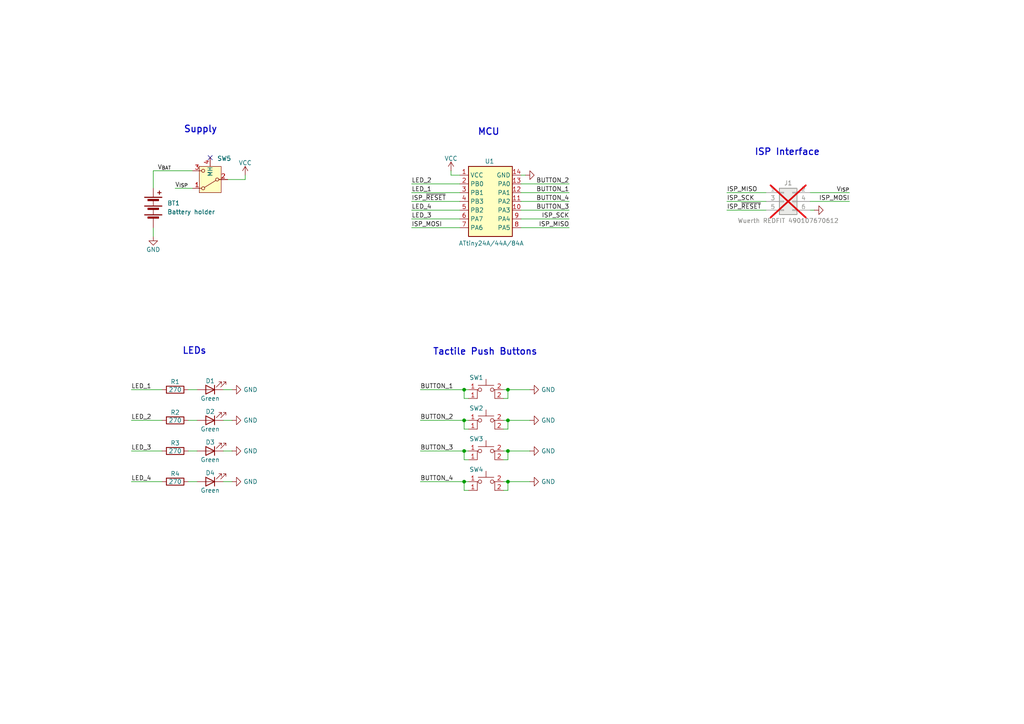
<source format=kicad_sch>
(kicad_sch (version 20231120) (generator "eeschema") (generator_version "8.0")
  (paper "A4")
  (title_block (title "Praktikum – Lichtfolge") (date "2025-06-04") (rev "v1.0") (company "WAGO GmbH & Co. KG") (comment 1 "Tobias Lauxtermann"))
  (lib_symbols
    (symbol "Device:LED" (pin_numbers hide) (pin_names (offset 1.016) hide)
      (property "Reference" "D" (at 0 2.54 0))
      (property "Value" "LED" (at 0 -2.54 0))
      (symbol "LED_0_1"
        (polyline (pts (xy -1.27 -1.27) (xy -1.27 1.27)) (stroke (width 0.254)))
        (polyline (pts (xy -1.27 0) (xy 1.27 0)))
        (polyline (pts (xy 1.27 -1.27) (xy 1.27 1.27) (xy -1.27 0) (xy 1.27 -1.27)) (stroke (width 0.254)))
        (polyline (pts (xy -3.048 -0.762) (xy -4.572 -2.286) (xy -3.81 -2.286) (xy -4.572 -2.286) (xy -4.572 -1.524)))
        (polyline (pts (xy -1.778 -0.762) (xy -3.302 -2.286) (xy -2.54 -2.286) (xy -3.302 -2.286) (xy -3.302 -1.524)))
      )
      (symbol "LED_1_1"
        (pin passive line (at -3.81 0 0) (length 2.54) (name "K") (number "1"))
        (pin passive line (at 3.81 0 180) (length 2.54) (name "A") (number "2"))
      )
    )
    (symbol "Device:R" (pin_numbers hide) (pin_names (offset 0))
      (property "Reference" "R" (at 2.032 0 90))
      (property "Value" "R" (at 0 0 90))
      (symbol "R_0_1"
        (rectangle (start -1.016 -2.54) (end 1.016 2.54) (stroke (width 0.254)))
      )
      (symbol "R_1_1"
        (pin passive line (at 0 3.81 270) (length 1.27) (name "~") (number "1"))
        (pin passive line (at 0 -3.81 90) (length 1.27) (name "~") (number "2"))
      )
    )
    (symbol "WAGO_education:3x battery holder" (pin_numbers hide) (pin_names (offset 0) hide)
      (property "Reference" "BT" (at 4.064 0.762 0))
      (property "Value" "Battery holder" (at 4.064 -1.778 0))
      (symbol "3x battery holder_0_1"
        (polyline (pts (xy 1.2704 3.8112) (xy 2.2864 3.8112)) (stroke (width 0.254)))
        (polyline (pts (xy 1.7784 4.3192) (xy 1.7784 3.3032)) (stroke (width 0.254)))
      )
      (symbol "3x battery holder_1_1"
        (rectangle (start -2.54 -2.54) (end 2.54 -2.6988) (fill (type outline)))
        (rectangle (start -2.54 0) (end 2.54 -0.1588) (fill (type outline)))
        (rectangle (start -2.54 2.54) (end 2.54 2.3812) (fill (type outline)))
        (rectangle (start -1.5872 -3.1752) (end 1.5878 -3.6516) (fill (type outline)))
        (rectangle (start -1.5872 -0.6352) (end 1.5878 -1.1116) (fill (type outline)))
        (rectangle (start -1.5872 1.9048) (end 1.5878 1.4284) (fill (type outline)))
        (polyline (pts (xy 0 -1.1116) (xy 0 -2.5408)))
        (polyline (pts (xy 0 1.4292) (xy 0 0)))
        (pin power_out line (at 0 5.08 270) (length 2.54) (name "+") (number "1"))
        (pin power_in line (at 0 -6.35 90) (length 3.048) (name "-") (number "2"))
      )
    )
    (symbol "WAGO_education:ATtiny84A-PU"
      (property "Reference" "U1" (at 0 10.922 0))
      (property "Value" "ATtiny24A/44A/84A" (at 0.508 -11.43 0))
      (symbol "ATtiny84A-PU_0_1"
        (rectangle (start -6.35 10.16) (end 6.35 -10.16) (stroke (width 0.254)) (fill (type background)))
      )
      (symbol "ATtiny84A-PU_1_1"
        (pin power_in line (at -8.89 7.62 0) (length 2.54) (name "VCC") (number "1"))
        (pin bidirectional line (at 8.89 -2.54 180) (length 2.54) (name "PA3") (number "10"))
        (pin bidirectional line (at 8.89 0 180) (length 2.54) (name "PA2") (number "11"))
        (pin bidirectional line (at 8.89 2.54 180) (length 2.54) (name "PA1") (number "12"))
        (pin bidirectional line (at 8.89 5.08 180) (length 2.54) (name "PA0") (number "13"))
        (pin power_in line (at 8.89 7.62 180) (length 2.54) (name "GND") (number "14"))
        (pin bidirectional line (at -8.89 5.08 0) (length 2.54) (name "PB0") (number "2"))
        (pin bidirectional line (at -8.89 2.54 0) (length 2.54) (name "PB1") (number "3"))
        (pin bidirectional line (at -8.89 0 0) (length 2.54) (name "PB3") (number "4"))
        (pin bidirectional line (at -8.89 -2.54 0) (length 2.54) (name "PB2") (number "5"))
        (pin bidirectional line (at -8.89 -5.08 0) (length 2.54) (name "PA7") (number "6"))
        (pin bidirectional line (at -8.89 -7.62 0) (length 2.54) (name "PA6") (number "7"))
        (pin bidirectional line (at 8.89 -7.62 180) (length 2.54) (name "PA5") (number "8"))
        (pin bidirectional line (at 8.89 -5.08 180) (length 2.54) (name "PA4") (number "9"))
      )
    )
    (symbol "WAGO_education:SPDT_slide_switch" (pin_names (offset 0.002))
      (property "Reference" "SW" (at 0 5.08 0))
      (symbol "SPDT_slide_switch_0_1"
        (circle (center -2.032 0) (radius 0.4572))
        (polyline (pts (xy -1.651 0.254) (xy 1.651 2.286)))
        (circle (center 2.032 -2.54) (radius 0.4572))
        (circle (center 2.032 2.54) (radius 0.4572))
      )
      (symbol "SPDT_slide_switch_1_0"
        (pin passive line (at 0 -6.35 90) (length 2.54) (name "MH") (number "4"))
      )
      (symbol "SPDT_slide_switch_1_1"
        (rectangle (start -3.175 3.81) (end 3.175 -3.81) (fill (type background)))
        (pin passive line (at 5.08 2.54 180) (length 2.54) (name "") (number "1"))
        (pin passive line (at -5.08 0 0) (length 2.54) (name "") (number "2"))
        (pin passive line (at 5.08 -2.54 180) (length 2.54) (name "") (number "3"))
      )
    )
    (symbol "WAGO_education:SW_Tactile_6mm" (pin_names (offset 1.016) hide)
      (property "Reference" "SW" (at -0.762 5.334 0))
      (symbol "SW_Tactile_6mm_0_1"
        (circle (center -1.778 2.54) (radius 0.508))
        (polyline (pts (xy -2.286 3.81) (xy 2.286 3.81)))
        (polyline (pts (xy 0 3.81) (xy 0 5.588)))
        (polyline (pts (xy -2.54 0) (xy -2.54 2.54) (xy -2.286 2.54)))
        (polyline (pts (xy 2.54 0) (xy 2.54 2.54) (xy 2.286 2.54)))
        (circle (center 1.778 2.54) (radius 0.508))
        (pin passive line (at -5.08 2.54 0) (length 2.54) (name "1") (number "1"))
      )
      (symbol "SW_Tactile_6mm_1_1"
        (pin passive line (at -5.08 0 0) (length 2.54) (name "1") (number "1"))
        (pin passive line (at 5.08 0 180) (length 2.54) (name "2") (number "2"))
        (pin passive line (at 5.08 2.54 180) (length 2.54) (name "2") (number "2"))
      )
    )
    (symbol "WAGO_education:Wuerth REDFIT 490107670612" (pin_names (offset 10.668) hide)
      (property "Reference" "J" (at 0 5.334 0))
      (property "Value" "Wuerth REDFIT 490107670612" (at 0 -5.588 0))
      (symbol "Wuerth REDFIT 490107670612_1_1"
        (rectangle (start -2.54 -2.413) (end -1.27 -2.667) (stroke (width 0.1524)))
        (rectangle (start -2.54 0.127) (end -1.27 -0.127) (stroke (width 0.1524)))
        (rectangle (start -2.54 2.667) (end -1.27 2.413) (stroke (width 0.1524)))
        (rectangle (start -2.54 3.81) (end 2.54 -3.81) (stroke (width 0.254)) (fill (type background)))
        (rectangle (start 2.54 -2.413) (end 1.27 -2.667) (stroke (width 0.1524)))
        (rectangle (start 2.54 0.127) (end 1.27 -0.127) (stroke (width 0.1524)))
        (rectangle (start 2.54 2.667) (end 1.27 2.413) (stroke (width 0.1524)))
        (pin passive line (at -6.35 2.54 0) (length 3.81) (name "Pin_1") (number "1"))
        (pin passive line (at 6.35 2.54 180) (length 3.81) (name "Pin_2") (number "2"))
        (pin passive line (at -6.35 0 0) (length 3.81) (name "Pin_3") (number "3"))
        (pin passive line (at 6.35 0 180) (length 3.81) (name "Pin_4") (number "4"))
        (pin passive line (at -6.35 -2.54 0) (length 3.81) (name "Pin_5") (number "5"))
        (pin passive line (at 6.35 -2.54 180) (length 3.81) (name "Pin_6") (number "6"))
      )
    )
    (symbol "power:GND" (power) (pin_numbers hide) (pin_names (offset 0) hide)
      (property "Value" "GND" (at 0 -3.81 0))
      (symbol "GND_0_1"
        (polyline (pts (xy 0 0) (xy 0 -1.27) (xy 1.27 -1.27) (xy 0 -2.54) (xy -1.27 -1.27) (xy 0 -1.27)))
      )
      (symbol "GND_1_1"
        (pin power_in line (at 0 0 270) (length 0) (name "~") (number "1"))
      )
    )
    (symbol "power:VCC" (power) (pin_numbers hide) (pin_names (offset 0) hide)
      (property "Value" "VCC" (at 0 3.556 0))
      (symbol "VCC_0_1"
        (polyline (pts (xy -0.762 1.27) (xy 0 2.54)))
        (polyline (pts (xy 0 0) (xy 0 2.54)))
        (polyline (pts (xy 0 2.54) (xy 0.762 1.27)))
      )
      (symbol "VCC_1_1"
        (pin power_in line (at 0 0 90) (length 0) (name "~") (number "1"))
      )
    )
  )
  (junction (at 147.32 113.03))
  (junction (at 134.62 139.7))
  (junction (at 147.32 130.81))
  (junction (at 147.32 139.7))
  (junction (at 147.32 121.92))
  (junction (at 134.62 121.92))
  (junction (at 134.62 130.81))
  (junction (at 134.62 113.03))
  (no_connect (at 60.96 45.72))
  (wire (pts (xy 121.92 121.92) (xy 134.62 121.92)))
  (wire (pts (xy 234.95 60.96) (xy 236.22 60.96)))
  (wire (pts (xy 64.77 139.7) (xy 67.31 139.7)))
  (wire (pts (xy 146.05 124.46) (xy 147.32 124.46)))
  (wire (pts (xy 147.32 113.03) (xy 147.32 115.57)))
  (wire (pts (xy 234.95 58.42) (xy 246.38 58.42)))
  (wire (pts (xy 147.32 139.7) (xy 147.32 142.24)))
  (wire (pts (xy 210.82 60.96) (xy 222.25 60.96)))
  (wire (pts (xy 44.45 54.61) (xy 44.45 49.53)))
  (wire (pts (xy 146.05 130.81) (xy 147.32 130.81)))
  (wire (pts (xy 38.1 121.92) (xy 46.99 121.92)))
  (wire (pts (xy 147.32 121.92) (xy 147.32 124.46)))
  (wire (pts (xy 146.05 115.57) (xy 147.32 115.57)))
  (wire (pts (xy 134.62 142.24) (xy 135.89 142.24)))
  (wire (pts (xy 135.89 139.7) (xy 134.62 139.7)))
  (wire (pts (xy 134.62 113.03) (xy 134.62 115.57)))
  (wire (pts (xy 151.13 55.88) (xy 165.1 55.88)))
  (wire (pts (xy 38.1 113.03) (xy 46.99 113.03)))
  (wire (pts (xy 135.89 113.03) (xy 134.62 113.03)))
  (wire (pts (xy 151.13 58.42) (xy 165.1 58.42)))
  (wire (pts (xy 210.82 55.88) (xy 222.25 55.88)))
  (wire (pts (xy 121.92 113.03) (xy 134.62 113.03)))
  (wire (pts (xy 130.81 49.53) (xy 130.81 50.8)))
  (wire (pts (xy 44.45 66.04) (xy 44.45 68.58)))
  (wire (pts (xy 134.62 124.46) (xy 135.89 124.46)))
  (wire (pts (xy 119.38 53.34) (xy 133.35 53.34)))
  (wire (pts (xy 54.61 130.81) (xy 57.15 130.81)))
  (wire (pts (xy 64.77 121.92) (xy 67.31 121.92)))
  (wire (pts (xy 134.62 130.81) (xy 134.62 133.35)))
  (wire (pts (xy 146.05 142.24) (xy 147.32 142.24)))
  (wire (pts (xy 50.8 54.61) (xy 55.88 54.61)))
  (wire (pts (xy 38.1 130.81) (xy 46.99 130.81)))
  (wire (pts (xy 147.32 139.7) (xy 153.67 139.7)))
  (wire (pts (xy 54.61 113.03) (xy 57.15 113.03)))
  (wire (pts (xy 134.62 139.7) (xy 134.62 142.24)))
  (wire (pts (xy 134.62 121.92) (xy 134.62 124.46)))
  (wire (pts (xy 151.13 66.04) (xy 165.1 66.04)))
  (wire (pts (xy 119.38 58.42) (xy 133.35 58.42)))
  (wire (pts (xy 146.05 139.7) (xy 147.32 139.7)))
  (wire (pts (xy 135.89 121.92) (xy 134.62 121.92)))
  (wire (pts (xy 71.12 50.8) (xy 71.12 52.07)))
  (wire (pts (xy 71.12 52.07) (xy 66.04 52.07)))
  (wire (pts (xy 64.77 130.81) (xy 67.31 130.81)))
  (wire (pts (xy 146.05 133.35) (xy 147.32 133.35)))
  (wire (pts (xy 147.32 121.92) (xy 153.67 121.92)))
  (wire (pts (xy 119.38 60.96) (xy 133.35 60.96)))
  (wire (pts (xy 64.77 113.03) (xy 67.31 113.03)))
  (wire (pts (xy 147.32 130.81) (xy 147.32 133.35)))
  (wire (pts (xy 121.92 130.81) (xy 134.62 130.81)))
  (wire (pts (xy 130.81 50.8) (xy 133.35 50.8)))
  (wire (pts (xy 134.62 133.35) (xy 135.89 133.35)))
  (wire (pts (xy 151.13 50.8) (xy 152.4 50.8)))
  (wire (pts (xy 234.95 55.88) (xy 246.38 55.88)))
  (wire (pts (xy 54.61 139.7) (xy 57.15 139.7)))
  (wire (pts (xy 44.45 49.53) (xy 55.88 49.53)))
  (wire (pts (xy 134.62 115.57) (xy 135.89 115.57)))
  (wire (pts (xy 119.38 55.88) (xy 133.35 55.88)))
  (wire (pts (xy 119.38 63.5) (xy 133.35 63.5)))
  (wire (pts (xy 146.05 113.03) (xy 147.32 113.03)))
  (wire (pts (xy 135.89 130.81) (xy 134.62 130.81)))
  (wire (pts (xy 151.13 53.34) (xy 165.1 53.34)))
  (wire (pts (xy 210.82 58.42) (xy 222.25 58.42)))
  (wire (pts (xy 147.32 113.03) (xy 153.67 113.03)))
  (wire (pts (xy 151.13 63.5) (xy 165.1 63.5)))
  (wire (pts (xy 38.1 139.7) (xy 46.99 139.7)))
  (wire (pts (xy 119.38 66.04) (xy 133.35 66.04)))
  (wire (pts (xy 121.92 139.7) (xy 134.62 139.7)))
  (wire (pts (xy 54.61 121.92) (xy 57.15 121.92)))
  (wire (pts (xy 146.05 121.92) (xy 147.32 121.92)))
  (wire (pts (xy 151.13 60.96) (xy 165.1 60.96)))
  (wire (pts (xy 147.32 130.81) (xy 153.67 130.81)))
  (text "ISP Interface" (at 228.346 44.196 0) (effects (font (size 1.905 1.905) (thickness 0.3016) (bold yes))))
  (text "Supply" (at 58.166 37.592 0) (effects (font (size 1.905 1.905) (thickness 0.3016) (bold yes))))
  (text "LEDs" (at 56.388 101.854 0) (effects (font (size 1.905 1.905) (thickness 0.3016) (bold yes))))
  (text "MCU" (at 141.732 38.354 0) (effects (font (size 1.905 1.905) (thickness 0.3016) (bold yes))))
  (text "Tactile Push Buttons" (at 140.716 102.108 0) (effects (font (size 1.905 1.905) (thickness 0.3016) (bold yes))))
  (label "ISP_MOSI" (at 119.38 66.04 0))
  (label "LED_1" (at 119.38 55.88 0))
  (label "BUTTON_3" (at 165.1 60.96 180))
  (label "ISP_MISO" (at 165.1 66.04 180))
  (label "BUTTON_4" (at 165.1 58.42 180))
  (label "V_{ISP}" (at 50.8 54.61 0))
  (label "LED_1" (at 38.1 113.03 0))
  (label "ISP_SCK" (at 165.1 63.5 180))
  (label "LED_2" (at 38.1 121.92 0))
  (label "ISP_~{RESET}" (at 119.38 58.42 0))
  (label "LED_4" (at 38.1 139.7 0))
  (label "ISP_MOSI" (at 246.38 58.42 180))
  (label "LED_2" (at 119.38 53.34 0))
  (label "LED_3" (at 119.38 63.5 0))
  (label "LED_3" (at 38.1 130.81 0))
  (label "BUTTON_1" (at 121.92 113.03 0))
  (label "BUTTON_2" (at 165.1 53.34 180))
  (label "BUTTON_3" (at 121.92 130.81 0))
  (label "ISP_SCK" (at 210.82 58.42 0))
  (label "BUTTON_2" (at 121.92 121.92 0))
  (label "V_{BAT}" (at 45.72 49.53 0))
  (label "LED_4" (at 119.38 60.96 0))
  (label "ISP_MISO" (at 210.82 55.88 0))
  (label "V_{ISP}" (at 246.38 55.88 180))
  (label "BUTTON_4" (at 121.92 139.7 0))
  (label "BUTTON_1" (at 165.1 55.88 180))
  (label "ISP_~{RESET}" (at 210.82 60.96 0))
  (symbol (lib_id "power:GND") (at 67.31 113.03 90) (unit 1)
    (property "Reference" "#PWR05" (effects (hide yes)))
    (property "Value" "GND" (at 70.612 113.03 90) (effects (justify right)))
    (property "Description" "Power symbol creates a global label with name \"GND\" , ground" (effects (hide yes)))
  )
  (symbol (lib_id "power:GND") (at 44.45 68.58 0) (unit 1)
    (property "Reference" "#PWR04" (effects (hide yes)))
    (property "Value" "GND" (at 44.45 72.39 0))
    (property "Description" "Power symbol creates a global label with name \"GND\" , ground" (effects (hide yes)))
  )
  (symbol (lib_id "Device:R") (at 50.8 113.03 270) (unit 1)
    (property "Reference" "R1" (at 50.8 110.744 90))
    (property "Value" "270" (at 50.8 113.03 90))
    (property "Footprint" "Resistor_THT:R_Axial_DIN0207_L6.3mm_D2.5mm_P10.16mm_Horizontal" (effects (hide yes)))
    (property "Datasheet" "https://docs.rs-online.com/4bfc/0900766b813e24f4.pdf" (effects (hide yes)))
    (property "Description" "Resistor" (effects (hide yes)))
    (property "MPN" "CFR50J270R" (effects (hide yes)))
    (property "SPN" "132-359P " (effects (hide yes)))
    (property "Supplier" "RS" (effects (hide yes)))
  )
  (symbol (lib_id "power:GND") (at 67.31 130.81 90) (unit 1)
    (property "Reference" "#PWR07" (effects (hide yes)))
    (property "Value" "GND" (at 70.612 130.81 90) (effects (justify right)))
    (property "Description" "Power symbol creates a global label with name \"GND\" , ground" (effects (hide yes)))
  )
  (symbol (lib_id "WAGO_education:SPDT_slide_switch") (at 60.96 52.07 180) (unit 1)
    (property "Reference" "SW5" (at 65.024 45.974 0))
    (property "Value" "SPDT_slide_switch" (effects (hide yes)))
    (property "Footprint" "WAGO_education:SPDT_slide_switch" (effects (hide yes)))
    (property "Datasheet" "https://www.mouser.de/datasheet/2/140/EG1206-3452470.pdf" (effects (hide yes)))
    (property "Description" "Switch, single pole double throw" (effects (hide yes)))
    (property "MPN" "1386942" (effects (hide yes)))
    (property "SPN" "1570488 - VQ " (effects (hide yes)))
    (property "Supplier" "Conrad" (effects (hide yes)))
  )
  (symbol (lib_id "Device:LED") (at 60.96 130.81 180) (unit 1)
    (property "Reference" "D3" (at 60.96 128.27 0))
    (property "Value" "Green" (at 60.96 133.35 0))
    (property "Footprint" "LED_THT:LED_D5.0mm" (effects (hide yes)))
    (property "Datasheet" "https://docs.rs-online.com/4066/0900766b8151e408.pdf" (effects (hide yes)))
    (property "Description" "Green 5 mm (T-1 3/4) LED" (effects (hide yes)))
    (property "MPN" "L-53GD" (effects (hide yes)))
    (property "SPN" "228-6004 " (effects (hide yes)))
    (property "Supplier" "RS" (effects (hide yes)))
  )
  (symbol (lib_id "Device:LED") (at 60.96 113.03 180) (unit 1)
    (property "Reference" "D1" (at 60.96 110.49 0))
    (property "Value" "Green" (at 60.96 115.57 0))
    (property "Footprint" "LED_THT:LED_D5.0mm" (effects (hide yes)))
    (property "Datasheet" "https://docs.rs-online.com/4066/0900766b8151e408.pdf" (effects (hide yes)))
    (property "Description" "Green 5 mm (T-1 3/4) LED" (effects (hide yes)))
    (property "MPN" "L-53GD" (effects (hide yes)))
    (property "SPN" "228-6004 " (effects (hide yes)))
    (property "Supplier" "RS" (effects (hide yes)))
  )
  (symbol (lib_id "power:GND") (at 67.31 139.7 90) (unit 1)
    (property "Reference" "#PWR08" (effects (hide yes)))
    (property "Value" "GND" (at 70.612 139.7 90) (effects (justify right)))
    (property "Description" "Power symbol creates a global label with name \"GND\" , ground" (effects (hide yes)))
  )
  (symbol (lib_id "WAGO_education:ATtiny84A-PU") (at 142.24 58.42 0) (unit 1)
    (property "Reference" "U1" (at 141.986 47.498 0) (effects (justify bottom)))
    (property "Value" "ATtiny24A/44A/84A" (at 142.494 69.85 0) (effects (justify top)))
    (property "Footprint" "Package_DIP:DIP-14_W7.62mm" (effects (hide yes)))
    (property "Datasheet" "https://ww1.microchip.com/downloads/en/DeviceDoc/ATtiny24A-44A-84A-DataSheet-DS40002269A.pdf" (effects (hide yes)))
    (property "Description" "8-bit AVR Microcontroller with 2/4/8K Bytes In-System Programmable Flash" (effects (hide yes)))
    (property "MPN" "ATTINY84A-PU" (effects (hide yes)))
    (property "SPN" "133-1667P" (effects (hide yes)))
    (property "Supplier" "RS" (effects (hide yes)))
  )
  (symbol (lib_id "power:GND") (at 153.67 113.03 90) (unit 1)
    (property "Reference" "#PWR09" (effects (hide yes)))
    (property "Value" "GND" (at 156.972 113.03 90) (effects (justify right)))
    (property "Description" "Power symbol creates a global label with name \"GND\" , ground" (effects (hide yes)))
  )
  (symbol (lib_id "power:GND") (at 153.67 139.7 90) (unit 1)
    (property "Reference" "#PWR012" (effects (hide yes)))
    (property "Value" "GND" (at 156.972 139.7 90) (effects (justify right)))
    (property "Description" "Power symbol creates a global label with name \"GND\" , ground" (effects (hide yes)))
  )
  (symbol (lib_id "Device:R") (at 50.8 130.81 270) (unit 1)
    (property "Reference" "R3" (at 50.8 128.524 90))
    (property "Value" "270" (at 50.8 130.81 90))
    (property "Footprint" "Resistor_THT:R_Axial_DIN0207_L6.3mm_D2.5mm_P10.16mm_Horizontal" (effects (hide yes)))
    (property "Datasheet" "https://docs.rs-online.com/4bfc/0900766b813e24f4.pdf" (effects (hide yes)))
    (property "Description" "Resistor" (effects (hide yes)))
    (property "MPN" "CFR50J270R" (effects (hide yes)))
    (property "SPN" "132-359P " (effects (hide yes)))
    (property "Supplier" "RS" (effects (hide yes)))
  )
  (symbol (lib_id "power:GND") (at 236.22 60.96 90) (unit 1)
    (property "Reference" "#PWR013" (effects (hide yes)))
    (property "Value" "GND" (effects (hide yes)))
    (property "Description" "Power symbol creates a global label with name \"GND\" , ground" (effects (hide yes)))
  )
  (symbol (lib_id "Device:LED") (at 60.96 121.92 180) (unit 1)
    (property "Reference" "D2" (at 60.96 119.38 0))
    (property "Value" "Green" (at 60.96 124.46 0))
    (property "Footprint" "LED_THT:LED_D5.0mm" (effects (hide yes)))
    (property "Datasheet" "https://docs.rs-online.com/4066/0900766b8151e408.pdf" (effects (hide yes)))
    (property "Description" "Green 5 mm (T-1 3/4) LED" (effects (hide yes)))
    (property "MPN" "L-53GD" (effects (hide yes)))
    (property "SPN" "228-6004 " (effects (hide yes)))
    (property "Supplier" "RS" (effects (hide yes)))
  )
  (symbol (lib_id "WAGO_education:SW_Tactile_6mm") (at 140.97 124.46 0) (unit 1)
    (property "Reference" "SW2" (at 140.208 119.126 0) (effects (justify right bottom)))
    (property "Value" "SW_Tactile_6mm" (effects (hide yes)))
    (property "Footprint" "Button_Switch_THT:SW_PUSH_6mm_H5mm" (effects (hide yes)))
    (property "Datasheet" "https://www.mouser.de/datasheet/2/418/NG_CD_1825910_C10-679020.pdf" (effects (hide yes)))
    (property "Description" "6 mm Tactile Switch SPST Round pushbutton" (effects (hide yes)))
    (property "MPN" " 1825910-6" (effects (hide yes)))
    (property "SPN" "479-1413P" (effects (hide yes)))
    (property "Supplier" "RS" (effects (hide yes)))
  )
  (symbol (lib_id "WAGO_education:3x battery holder") (at 44.45 59.69 0) (unit 1)
    (property "Reference" "BT1" (at 48.514 58.928 0) (effects (justify left)))
    (property "Value" "Battery holder" (at 48.514 61.468 0) (effects (justify left)))
    (property "Footprint" "WAGO_education:Keystone_3x_AA_battery_holder_2464" (effects (hide yes)))
    (property "Datasheet" "https://docs.rs-online.com/43c3/A700000006710860.pdf" (effects (hide yes)))
    (property "Description" "Battery holder for three cells in series" (effects (hide yes)))
    (property "MPN" "185-4644" (effects (hide yes)))
    (property "SPN" "185-4644" (effects (hide yes)))
    (property "Supplier" "RS" (effects (hide yes)))
  )
  (symbol (lib_id "power:GND") (at 67.31 121.92 90) (unit 1)
    (property "Reference" "#PWR06" (effects (hide yes)))
    (property "Value" "GND" (at 70.612 121.92 90) (effects (justify right)))
    (property "Description" "Power symbol creates a global label with name \"GND\" , ground" (effects (hide yes)))
  )
  (symbol (lib_id "power:GND") (at 153.67 121.92 90) (unit 1)
    (property "Reference" "#PWR010" (effects (hide yes)))
    (property "Value" "GND" (at 156.972 121.92 90) (effects (justify right)))
    (property "Description" "Power symbol creates a global label with name \"GND\" , ground" (effects (hide yes)))
  )
  (symbol (lib_id "WAGO_education:Wuerth REDFIT 490107670612") (at 228.6 58.42 0) (unit 1) (dnp yes)
    (property "Reference" "J1" (at 228.6 53.086 0))
    (property "Value" "Wuerth REDFIT 490107670612" (at 228.6 64.008 0))
    (property "Footprint" "WAGO_education:Wuerth_REDFIT_490107670612" (effects (hide yes)))
    (property "Datasheet" "https://www.we-online.com/components/products/datasheet/490107670612.pdf" (effects (hide yes)))
    (property "Description" "Solderless, reversible direct plug-in connectors with SKEDD technology. The SKEDD contacts are plugged directly into plated through-holes of a PCB." (effects (hide yes)))
    (property "MPN" "490107670612" (effects (hide yes)))
    (property "SPN" "197-3354" (effects (hide yes)))
    (property "Supplier" "RS" (effects (hide yes)))
  )
  (symbol (lib_id "WAGO_education:SW_Tactile_6mm") (at 140.97 142.24 0) (unit 1)
    (property "Reference" "SW4" (at 140.208 136.906 0) (effects (justify right bottom)))
    (property "Value" "SW_Tactile_6mm" (effects (hide yes)))
    (property "Footprint" "Button_Switch_THT:SW_PUSH_6mm_H5mm" (effects (hide yes)))
    (property "Datasheet" "https://www.mouser.de/datasheet/2/418/NG_CD_1825910_C10-679020.pdf" (effects (hide yes)))
    (property "Description" "6 mm Tactile Switch SPST Round pushbutton" (effects (hide yes)))
    (property "MPN" " 1825910-6" (effects (hide yes)))
    (property "SPN" "479-1413P" (effects (hide yes)))
    (property "Supplier" "RS" (effects (hide yes)))
  )
  (symbol (lib_id "Device:LED") (at 60.96 139.7 180) (unit 1)
    (property "Reference" "D4" (at 60.96 137.16 0))
    (property "Value" "Green" (at 60.96 142.24 0))
    (property "Footprint" "LED_THT:LED_D5.0mm" (effects (hide yes)))
    (property "Datasheet" "https://docs.rs-online.com/4066/0900766b8151e408.pdf" (effects (hide yes)))
    (property "Description" "Green 5 mm (T-1 3/4) LED" (effects (hide yes)))
    (property "MPN" "L-53GD" (effects (hide yes)))
    (property "SPN" "228-6004 " (effects (hide yes)))
    (property "Supplier" "RS" (effects (hide yes)))
  )
  (symbol (lib_id "WAGO_education:SW_Tactile_6mm") (at 140.97 115.57 0) (unit 1)
    (property "Reference" "SW1" (at 140.208 110.236 0) (effects (justify right bottom)))
    (property "Value" "SW_Tactile_6mm" (effects (hide yes)))
    (property "Footprint" "Button_Switch_THT:SW_PUSH_6mm_H5mm" (effects (hide yes)))
    (property "Datasheet" "https://www.mouser.de/datasheet/2/418/NG_CD_1825910_C10-679020.pdf" (effects (hide yes)))
    (property "Description" "6 mm Tactile Switch SPST Round pushbutton" (effects (hide yes)))
    (property "MPN" " 1825910-6" (effects (hide yes)))
    (property "SPN" "479-1413P" (effects (hide yes)))
    (property "Supplier" "RS" (effects (hide yes)))
  )
  (symbol (lib_id "power:VCC") (at 130.81 49.53 0) (unit 1)
    (property "Reference" "#PWR03" (effects (hide yes)))
    (property "Value" "VCC" (at 130.81 45.974 0))
    (property "Description" "Power symbol creates a global label with name \"VCC\"" (effects (hide yes)))
  )
  (symbol (lib_id "WAGO_education:SW_Tactile_6mm") (at 140.97 133.35 0) (unit 1)
    (property "Reference" "SW3" (at 140.208 128.016 0) (effects (justify right bottom)))
    (property "Value" "SW_Tactile_6mm" (effects (hide yes)))
    (property "Footprint" "Button_Switch_THT:SW_PUSH_6mm_H5mm" (effects (hide yes)))
    (property "Datasheet" "https://www.mouser.de/datasheet/2/418/NG_CD_1825910_C10-679020.pdf" (effects (hide yes)))
    (property "Description" "6 mm Tactile Switch SPST Round pushbutton" (effects (hide yes)))
    (property "MPN" " 1825910-6" (effects (hide yes)))
    (property "SPN" "479-1413P" (effects (hide yes)))
    (property "Supplier" "RS" (effects (hide yes)))
  )
  (symbol (lib_id "Device:R") (at 50.8 139.7 270) (unit 1)
    (property "Reference" "R4" (at 50.8 137.414 90))
    (property "Value" "270" (at 50.8 139.7 90))
    (property "Footprint" "Resistor_THT:R_Axial_DIN0207_L6.3mm_D2.5mm_P10.16mm_Horizontal" (effects (hide yes)))
    (property "Datasheet" "https://docs.rs-online.com/4bfc/0900766b813e24f4.pdf" (effects (hide yes)))
    (property "Description" "Resistor" (effects (hide yes)))
    (property "MPN" "CFR50J270R" (effects (hide yes)))
    (property "SPN" "132-359P " (effects (hide yes)))
    (property "Supplier" "RS" (effects (hide yes)))
  )
  (symbol (lib_id "power:GND") (at 152.4 50.8 90) (unit 1)
    (property "Reference" "#PWR02" (effects (hide yes)))
    (property "Value" "GND" (effects (hide yes)))
    (property "Description" "Power symbol creates a global label with name \"GND\" , ground" (effects (hide yes)))
  )
  (symbol (lib_id "Device:R") (at 50.8 121.92 270) (unit 1)
    (property "Reference" "R2" (at 50.8 119.634 90))
    (property "Value" "270" (at 50.8 121.92 90))
    (property "Footprint" "Resistor_THT:R_Axial_DIN0207_L6.3mm_D2.5mm_P10.16mm_Horizontal" (effects (hide yes)))
    (property "Datasheet" "https://docs.rs-online.com/4bfc/0900766b813e24f4.pdf" (effects (hide yes)))
    (property "Description" "Resistor" (effects (hide yes)))
    (property "MPN" "CFR50J270R" (effects (hide yes)))
    (property "SPN" "132-359P " (effects (hide yes)))
    (property "Supplier" "RS" (effects (hide yes)))
  )
  (symbol (lib_id "power:GND") (at 153.67 130.81 90) (unit 1)
    (property "Reference" "#PWR011" (effects (hide yes)))
    (property "Value" "GND" (at 156.972 130.81 90) (effects (justify right)))
    (property "Description" "Power symbol creates a global label with name \"GND\" , ground" (effects (hide yes)))
  )
  (symbol (lib_id "power:VCC") (at 71.12 50.8 0) (unit 1)
    (property "Reference" "#PWR01" (effects (hide yes)))
    (property "Value" "VCC" (at 71.12 47.244 0))
    (property "Description" "Power symbol creates a global label with name \"VCC\"" (effects (hide yes)))
  )
)
</source>
